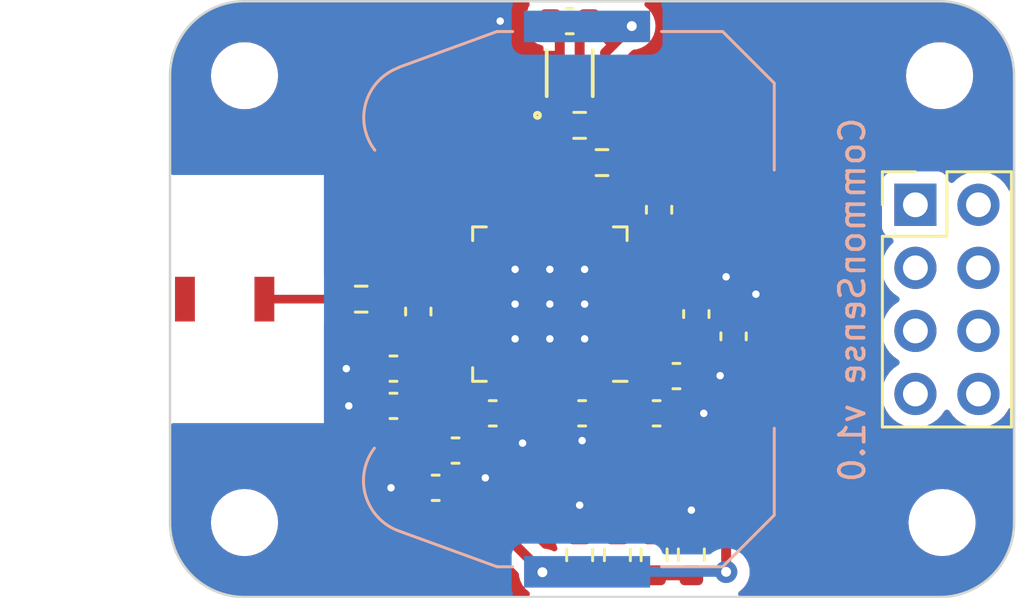
<source format=kicad_pcb>
(kicad_pcb (version 20221018) (generator pcbnew)
  (layers (0 "F.Cu" signal) (31 "B.Cu" signal) (34 "B.Paste" user) (35 "F.Paste" user) (36 "B.SilkS" user "B.Silkscreen") (37 "F.SilkS" user "F.Silkscreen") (38 "B.Mask" user) (39 "F.Mask" user) (44 "Edge.Cuts" user))
  (net 0 "")
  (net 1 "/RF")
  (net 2 "+3V3")
  (net 3 "GND")
  (net 4 "/XL1")
  (net 5 "/XL2")
  (net 6 "/DEC1")
  (net 7 "/DEC4")
  (net 8 "/DEC3")
  (net 9 "/DEC2")
  (net 10 "/XC1")
  (net 11 "/XC2")
  (net 12 "/ANT")
  (net 13 "/LED_RES1")
  (net 14 "/LED_RES2")
  (net 23 "/STATUS_LED1")
  (net 24 "/STATUS_LED2")
  (net 42 "/RESET")
  (net 43 "/SWDCLK")
  (net 44 "/SWDIO")
  (net 55 "/SDA")
  (net 56 "/SCL")
  (footprint "Capacitor_SMD:C_0603_1608Metric" (layer "F.Cu") (at 145 70.8 180)
    (fp_text reference "C9" hide)
    (fp_text value "N.C." hide)
    (fp_line (start -0.14058 -0.51) (end 0.14058 -0.51) (stroke (width 0.12)) (layer "F.SilkS"))
    (fp_line (start -0.14058 0.51) (end 0.14058 0.51) (stroke (width 0.12)) (layer "F.SilkS"))
    (pad "1" smd roundrect (at -0.775 0 180) (size 0.9 0.95) (layers "F.Cu" "F.Paste" "F.Mask") (net 9 "/DEC2"))
    (pad "2" smd roundrect (at 0.775 0 180) (size 0.9 0.95) (layers "F.Cu" "F.Paste" "F.Mask") (net 3 "GND"))
  )
  (footprint "Capacitor_SMD:C_0603_1608Metric" (layer "F.Cu") (at 156.4 71.1 180)
    (fp_text reference "C3" hide)
    (fp_text value "100n" hide)
    (fp_line (start -0.14058 -0.51) (end 0.14058 -0.51) (stroke (width 0.12)) (layer "F.SilkS"))
    (fp_line (start -0.14058 0.51) (end 0.14058 0.51) (stroke (width 0.12)) (layer "F.SilkS"))
    (pad "1" smd roundrect (at -0.775 0 180) (size 0.9 0.95) (layers "F.Cu" "F.Paste" "F.Mask") (net 3 "GND"))
    (pad "2" smd roundrect (at 0.775 0 180) (size 0.9 0.95) (layers "F.Cu" "F.Paste" "F.Mask") (net 6 "/DEC1"))
  )
  (footprint "MountingHole:MountingHole_2.2mm_M2" (layer "F.Cu") (at 167.1 77)
    (fp_text reference "H4" hide)
    (fp_text value "MountingHole" hide)
    (pad "" np_thru_hole circle locked (at 0 0) (size 2.2 2.2) (drill 2.2) (layers "*.Cu" "*.Mask"))
  )
  (footprint "MountingHole:MountingHole_2.2mm_M2" (layer "F.Cu") (at 139 77)
    (fp_text reference "H1" hide)
    (fp_text value "MountingHole" hide)
    (pad "" np_thru_hole circle locked (at 0 0) (size 2.2 2.2) (drill 2.2) (layers "*.Cu" "*.Mask"))
  )
  (footprint "Connector_PinHeader_2.54mm:PinHeader_2x04_P2.54mm_Vertical" (layer "F.Cu") (at 166.025 64.2)
    (fp_text reference "J1" hide)
    (fp_text value "Conn_02x04_Counter_Clockwise" hide)
    (fp_line (start -1.33 -1.33) (end 0 -1.33) (stroke (width 0.12)) (layer "F.SilkS"))
    (fp_line (start -1.33 0) (end -1.33 -1.33) (stroke (width 0.12)) (layer "F.SilkS"))
    (fp_line (start -1.33 1.27) (end -1.33 8.95) (stroke (width 0.12)) (layer "F.SilkS"))
    (fp_line (start -1.33 1.27) (end 1.27 1.27) (stroke (width 0.12)) (layer "F.SilkS"))
    (fp_line (start -1.33 8.95) (end 3.87 8.95) (stroke (width 0.12)) (layer "F.SilkS"))
    (fp_line (start 1.27 -1.33) (end 3.87 -1.33) (stroke (width 0.12)) (layer "F.SilkS"))
    (fp_line (start 1.27 1.27) (end 1.27 -1.33) (stroke (width 0.12)) (layer "F.SilkS"))
    (fp_line (start 3.87 -1.33) (end 3.87 8.95) (stroke (width 0.12)) (layer "F.SilkS"))
    (pad "1" thru_hole rect (at 0 0) (size 1.7 1.7) (drill 1) (layers "*.Cu" "*.Mask"))
    (pad "2" thru_hole oval (at 2.54 0) (size 1.7 1.7) (drill 1) (layers "*.Cu" "*.Mask"))
    (pad "3" thru_hole oval (at 0 2.54) (size 1.7 1.7) (drill 1) (layers "*.Cu" "*.Mask"))
    (pad "4" thru_hole oval (at 2.54 2.54) (size 1.7 1.7) (drill 1) (layers "*.Cu" "*.Mask"))
    (pad "5" thru_hole oval (at 0 5.08) (size 1.7 1.7) (drill 1) (layers "*.Cu" "*.Mask"))
    (pad "6" thru_hole oval (at 2.54 5.08) (size 1.7 1.7) (drill 1) (layers "*.Cu" "*.Mask"))
    (pad "7" thru_hole oval (at 0 7.62) (size 1.7 1.7) (drill 1) (layers "*.Cu" "*.Mask"))
    (pad "8" thru_hole oval (at 2.54 7.62) (size 1.7 1.7) (drill 1) (layers "*.Cu" "*.Mask"))
  )
  (footprint "encyclopedia_galactica:ECS-.327-12.5-12R-TR" (layer "F.Cu") (at 160.3 69.7 -90)
    (fp_text reference "Y1" hide)
    (fp_text value " ECS-.327-12.5-12R-TR " hide)
    (pad "1" smd rect (at -0.7 0 270) (size 0.6 1.1) (layers "F.Cu" "F.Paste" "F.Mask") (net 5 "/XL2"))
    (pad "2" smd rect (at 0.7 0 270) (size 0.6 1.1) (layers "F.Cu" "F.Paste" "F.Mask") (net 4 "/XL1"))
  )
  (footprint "encyclopedia_galactica:2108838-1" (layer "F.Cu") (at 135.7 68)
    (fp_text reference "2108838-1" hide)
    (fp_text value "~" hide)
    (pad "1" smd rect (at 4.1 0) (size 0.8 1.8) (layers "F.Cu" "F.Paste" "F.Mask") (net 1 "/RF"))
    (pad "2" smd rect (at 0.9 0) (size 0.8 1.8) (layers "F.Cu" "F.Paste" "F.Mask"))
    (zone (net 0) (net_name "") (layers "*.Cu") (connect_pads (clearance 0)) (min_thickness 0.25)
      (keepout (tracks allowed) (vias not_allowed) (pads allowed) (copperpour not_allowed) (footprints not_allowed))
      (fill (thermal_gap 0.5) (thermal_bridge_width 0.5))
      (polygon (pts (xy 129.2 63) (xy 129.2 73) (xy 142.2 73) (xy 142.2 63)))
    )
  )
  (footprint "MountingHole:MountingHole_2.2mm_M2" (layer "F.Cu") (at 139 59)
    (fp_text reference "H2" hide)
    (fp_text value "MountingHole" hide)
    (pad "" np_thru_hole circle locked (at 0 0) (size 2.2 2.2) (drill 2.2) (layers "*.Cu" "*.Mask"))
  )
  (footprint "Resistor_SMD:R_0603_1608Metric" (layer "F.Cu") (at 154.02 78.3 -90)
    (fp_text reference "R2" hide)
    (fp_text value "R" hide)
    (fp_line (start -0.237258 -0.5225) (end 0.237258 -0.5225) (stroke (width 0.12)) (layer "F.SilkS"))
    (fp_line (start -0.237258 0.5225) (end 0.237258 0.5225) (stroke (width 0.12)) (layer "F.SilkS"))
    (pad "1" smd roundrect (at -0.825 0 270) (size 0.8 0.95) (layers "F.Cu" "F.Paste" "F.Mask") (net 24 "/STATUS_LED2"))
    (pad "2" smd roundrect (at 0.825 0 270) (size 0.8 0.95) (layers "F.Cu" "F.Paste" "F.Mask") (net 14 "/LED_RES2"))
  )
  (footprint "Resistor_SMD:R_0603_1608Metric" (layer "F.Cu") (at 157 78.3 -90)
    (fp_text reference "D1" hide)
    (fp_text value "LED" hide)
    (fp_line (start -0.237258 -0.5225) (end 0.237258 -0.5225) (stroke (width 0.12)) (layer "F.SilkS"))
    (fp_line (start -0.237258 0.5225) (end 0.237258 0.5225) (stroke (width 0.12)) (layer "F.SilkS"))
    (pad "1" smd roundrect (at -0.825 0 270) (size 0.8 0.95) (layers "F.Cu" "F.Paste" "F.Mask") (net 3 "GND"))
    (pad "2" smd roundrect (at 0.825 0 270) (size 0.8 0.95) (layers "F.Cu" "F.Paste" "F.Mask") (net 13 "/LED_RES1"))
  )
  (footprint "Package_DFN_QFN:QFN-48-1EP_6x6mm_P0.4mm_EP4.6x4.6mm" (layer "F.Cu") (at 151.3 68.2 180)
    (fp_text reference "U1" hide)
    (fp_text value "NRF52810-QFAA-R7" hide)
    (fp_line (start -3.11 3.11) (end -3.11 2.56) (stroke (width 0.12)) (layer "F.SilkS"))
    (fp_line (start -2.56 -3.11) (end -3.11 -3.11) (stroke (width 0.12)) (layer "F.SilkS"))
    (fp_line (start -2.56 3.11) (end -3.11 3.11) (stroke (width 0.12)) (layer "F.SilkS"))
    (fp_line (start 2.56 -3.11) (end 3.11 -3.11) (stroke (width 0.12)) (layer "F.SilkS"))
    (fp_line (start 2.56 3.11) (end 3.11 3.11) (stroke (width 0.12)) (layer "F.SilkS"))
    (fp_line (start 3.11 -3.11) (end 3.11 -2.56) (stroke (width 0.12)) (layer "F.SilkS"))
    (fp_line (start 3.11 3.11) (end 3.11 2.56) (stroke (width 0.12)) (layer "F.SilkS"))
    (pad "1" smd roundrect (at -2.95 -2.2 180) (size 0.8 0.2) (layers "F.Cu" "F.Paste" "F.Mask") (net 6 "/DEC1"))
    (pad "2" smd roundrect (at -2.95 -1.8 180) (size 0.8 0.2) (layers "F.Cu" "F.Paste" "F.Mask") (net 4 "/XL1"))
    (pad "3" smd roundrect (at -2.95 -1.4 180) (size 0.8 0.2) (layers "F.Cu" "F.Paste" "F.Mask") (net 5 "/XL2"))
    (pad "4" smd roundrect (at -2.95 -1 180) (size 0.8 0.2) (layers "F.Cu" "F.Paste" "F.Mask"))
    (pad "5" smd roundrect (at -2.95 -0.6 180) (size 0.8 0.2) (layers "F.Cu" "F.Paste" "F.Mask"))
    (pad "6" smd roundrect (at -2.95 -0.2 180) (size 0.8 0.2) (layers "F.Cu" "F.Paste" "F.Mask"))
    (pad "7" smd roundrect (at -2.95 0.2 180) (size 0.8 0.2) (layers "F.Cu" "F.Paste" "F.Mask"))
    (pad "8" smd roundrect (at -2.95 0.6 180) (size 0.8 0.2) (layers "F.Cu" "F.Paste" "F.Mask"))
    (pad "9" smd roundrect (at -2.95 1 180) (size 0.8 0.2) (layers "F.Cu" "F.Paste" "F.Mask"))
    (pad "10" smd roundrect (at -2.95 1.4 180) (size 0.8 0.2) (layers "F.Cu" "F.Paste" "F.Mask"))
    (pad "11" smd roundrect (at -2.95 1.8 180) (size 0.8 0.2) (layers "F.Cu" "F.Paste" "F.Mask"))
    (pad "12" smd roundrect (at -2.95 2.2 180) (size 0.8 0.2) (layers "F.Cu" "F.Paste" "F.Mask"))
    (pad "13" smd roundrect (at -2.2 2.95 180) (size 0.2 0.8) (layers "F.Cu" "F.Paste" "F.Mask") (net 2 "+3V3"))
    (pad "14" smd roundrect (at -1.8 2.95 180) (size 0.2 0.8) (layers "F.Cu" "F.Paste" "F.Mask"))
    (pad "15" smd roundrect (at -1.4 2.95 180) (size 0.2 0.8) (layers "F.Cu" "F.Paste" "F.Mask"))
    (pad "16" smd roundrect (at -1 2.95 180) (size 0.2 0.8) (layers "F.Cu" "F.Paste" "F.Mask") (net 56 "/SCL"))
    (pad "17" smd roundrect (at -0.6 2.95 180) (size 0.2 0.8) (layers "F.Cu" "F.Paste" "F.Mask") (net 55 "/SDA"))
    (pad "18" smd roundrect (at -0.2 2.95 180) (size 0.2 0.8) (layers "F.Cu" "F.Paste" "F.Mask"))
    (pad "19" smd roundrect (at 0.2 2.95 180) (size 0.2 0.8) (layers "F.Cu" "F.Paste" "F.Mask"))
    (pad "20" smd roundrect (at 0.6 2.95 180) (size 0.2 0.8) (layers "F.Cu" "F.Paste" "F.Mask"))
    (pad "21" smd roundrect (at 1 2.95 180) (size 0.2 0.8) (layers "F.Cu" "F.Paste" "F.Mask"))
    (pad "22" smd roundrect (at 1.4 2.95 180) (size 0.2 0.8) (layers "F.Cu" "F.Paste" "F.Mask"))
    (pad "23" smd roundrect (at 1.8 2.95 180) (size 0.2 0.8) (layers "F.Cu" "F.Paste" "F.Mask"))
    (pad "24" smd roundrect (at 2.2 2.95 180) (size 0.2 0.8) (layers "F.Cu" "F.Paste" "F.Mask") (net 42 "/RESET"))
    (pad "25" smd roundrect (at 2.95 2.2 180) (size 0.8 0.2) (layers "F.Cu" "F.Paste" "F.Mask") (net 43 "/SWDCLK"))
    (pad "26" smd roundrect (at 2.95 1.8 180) (size 0.8 0.2) (layers "F.Cu" "F.Paste" "F.Mask") (net 44 "/SWDIO"))
    (pad "27" smd roundrect (at 2.95 1.4 180) (size 0.8 0.2) (layers "F.Cu" "F.Paste" "F.Mask"))
    (pad "28" smd roundrect (at 2.95 1 180) (size 0.8 0.2) (layers "F.Cu" "F.Paste" "F.Mask"))
    (pad "29" smd roundrect (at 2.95 0.6 180) (size 0.8 0.2) (layers "F.Cu" "F.Paste" "F.Mask"))
    (pad "30" smd roundrect (at 2.95 0.2 180) (size 0.8 0.2) (layers "F.Cu" "F.Paste" "F.Mask") (net 12 "/ANT"))
    (pad "31" smd roundrect (at 2.95 -0.2 180) (size 0.8 0.2) (layers "F.Cu" "F.Paste" "F.Mask") (net 3 "GND"))
    (pad "32" smd roundrect (at 2.95 -0.6 180) (size 0.8 0.2) (layers "F.Cu" "F.Paste" "F.Mask") (net 9 "/DEC2"))
    (pad "33" smd roundrect (at 2.95 -1 180) (size 0.8 0.2) (layers "F.Cu" "F.Paste" "F.Mask") (net 8 "/DEC3"))
    (pad "34" smd roundrect (at 2.95 -1.4 180) (size 0.8 0.2) (layers "F.Cu" "F.Paste" "F.Mask") (net 11 "/XC2"))
    (pad "35" smd roundrect (at 2.95 -1.8 180) (size 0.8 0.2) (layers "F.Cu" "F.Paste" "F.Mask") (net 10 "/XC1"))
    (pad "36" smd roundrect (at 2.95 -2.2 180) (size 0.8 0.2) (layers "F.Cu" "F.Paste" "F.Mask") (net 2 "+3V3"))
    (pad "37" smd roundrect (at 2.2 -2.95 180) (size 0.2 0.8) (layers "F.Cu" "F.Paste" "F.Mask"))
    (pad "38" smd roundrect (at 1.8 -2.95 180) (size 0.2 0.8) (layers "F.Cu" "F.Paste" "F.Mask"))
    (pad "39" smd roundrect (at 1.4 -2.95 180) (size 0.2 0.8) (layers "F.Cu" "F.Paste" "F.Mask"))
    (pad "40" smd roundrect (at 1 -2.95 180) (size 0.2 0.8) (layers "F.Cu" "F.Paste" "F.Mask"))
    (pad "41" smd roundrect (at 0.6 -2.95 180) (size 0.2 0.8) (layers "F.Cu" "F.Paste" "F.Mask") (net 24 "/STATUS_LED2"))
    (pad "42" smd roundrect (at 0.2 -2.95 180) (size 0.2 0.8) (layers "F.Cu" "F.Paste" "F.Mask") (net 23 "/STATUS_LED1"))
    (pad "43" smd roundrect (at -0.2 -2.95 180) (size 0.2 0.8) (layers "F.Cu" "F.Paste" "F.Mask"))
    (pad "44" smd roundrect (at -0.6 -2.95 180) (size 0.2 0.8) (layers "F.Cu" "F.Paste" "F.Mask"))
    (pad "45" smd roundrect (at -1 -2.95 180) (size 0.2 0.8) (layers "F.Cu" "F.Paste" "F.Mask") (net 3 "GND"))
    (pad "46" smd roundrect (at -1.4 -2.95 180) (size 0.2 0.8) (layers "F.Cu" "F.Paste" "F.Mask") (net 7 "/DEC4"))
    (pad "47" smd roundrect (at -1.8 -2.95 180) (size 0.2 0.8) (layers "F.Cu" "F.Paste" "F.Mask"))
    (pad "48" smd roundrect (at -2.2 -2.95 180) (size 0.2 0.8) (layers "F.Cu" "F.Paste" "F.Mask") (net 2 "+3V3"))
    (pad "49" smd rect (at 0 0 180) (size 4.6 4.6) (layers "F.Cu" "F.Mask") (net 3 "GND"))
  )
  (footprint "Capacitor_SMD:C_0603_1608Metric" (layer "F.Cu") (at 145 72.3 180)
    (fp_text reference "C8" hide)
    (fp_text value "100pF" hide)
    (fp_line (start -0.14058 -0.51) (end 0.14058 -0.51) (stroke (width 0.12)) (layer "F.SilkS"))
    (fp_line (start -0.14058 0.51) (end 0.14058 0.51) (stroke (width 0.12)) (layer "F.SilkS"))
    (pad "1" smd roundrect (at -0.775 0 180) (size 0.9 0.95) (layers "F.Cu" "F.Paste" "F.Mask") (net 8 "/DEC3"))
    (pad "2" smd roundrect (at 0.775 0 180) (size 0.9 0.95) (layers "F.Cu" "F.Paste" "F.Mask") (net 3 "GND"))
  )
  (footprint "Capacitor_SMD:C_0603_1608Metric" (layer "F.Cu") (at 155.6 72.6 180)
    (fp_text reference "C5" hide)
    (fp_text value "4u7" hide)
    (fp_line (start -0.14058 -0.51) (end 0.14058 -0.51) (stroke (width 0.12)) (layer "F.SilkS"))
    (fp_line (start -0.14058 0.51) (end 0.14058 0.51) (stroke (width 0.12)) (layer "F.SilkS"))
    (pad "1" smd roundrect (at -0.775 0 180) (size 0.9 0.95) (layers "F.Cu" "F.Paste" "F.Mask") (net 3 "GND"))
    (pad "2" smd roundrect (at 0.775 0 180) (size 0.9 0.95) (layers "F.Cu" "F.Paste" "F.Mask") (net 2 "+3V3"))
  )
  (footprint "Capacitor_SMD:C_0603_1608Metric" (layer "F.Cu") (at 147.5 74.1)
    (fp_text reference "C11" hide)
    (fp_text value "12pF" hide)
    (fp_line (start -0.14058 -0.51) (end 0.14058 -0.51) (stroke (width 0.12)) (layer "F.SilkS"))
    (fp_line (start -0.14058 0.51) (end 0.14058 0.51) (stroke (width 0.12)) (layer "F.SilkS"))
    (pad "1" smd roundrect (at -0.775 0) (size 0.9 0.95) (layers "F.Cu" "F.Paste" "F.Mask") (net 11 "/XC2"))
    (pad "2" smd roundrect (at 0.775 0) (size 0.9 0.95) (layers "F.Cu" "F.Paste" "F.Mask") (net 3 "GND"))
  )
  (footprint "Resistor_SMD:R_0603_1608Metric" (layer "F.Cu") (at 152.5 61 180)
    (fp_text reference "R4" hide)
    (fp_text value "10k" hide)
    (fp_line (start -0.237258 -0.5225) (end 0.237258 -0.5225) (stroke (width 0.12)) (layer "F.SilkS"))
    (fp_line (start -0.237258 0.5225) (end 0.237258 0.5225) (stroke (width 0.12)) (layer "F.SilkS"))
    (pad "1" smd roundrect (at -0.825 0 180) (size 0.8 0.95) (layers "F.Cu" "F.Paste" "F.Mask") (net 2 "+3V3"))
    (pad "2" smd roundrect (at 0.825 0 180) (size 0.8 0.95) (layers "F.Cu" "F.Paste" "F.Mask") (net 55 "/SDA"))
  )
  (footprint "Resistor_SMD:R_0603_1608Metric" (layer "F.Cu") (at 155.5 78.3 -90)
    (fp_text reference "R1" hide)
    (fp_text value "R" hide)
    (fp_line (start -0.237258 -0.5225) (end 0.237258 -0.5225) (stroke (width 0.12)) (layer "F.SilkS"))
    (fp_line (start -0.237258 0.5225) (end 0.237258 0.5225) (stroke (width 0.12)) (layer "F.SilkS"))
    (pad "1" smd roundrect (at -0.825 0 270) (size 0.8 0.95) (layers "F.Cu" "F.Paste" "F.Mask") (net 23 "/STATUS_LED1"))
    (pad "2" smd roundrect (at 0.825 0 270) (size 0.8 0.95) (layers "F.Cu" "F.Paste" "F.Mask") (net 13 "/LED_RES1"))
  )
  (footprint "MountingHole:MountingHole_2.2mm_M2" (layer "F.Cu") (at 167 59)
    (fp_text reference "H3" hide)
    (fp_text value "MountingHole" hide)
    (pad "" np_thru_hole circle locked (at 0 0) (size 2.2 2.2) (drill 2.2) (layers "*.Cu" "*.Mask"))
  )
  (footprint "Resistor_SMD:R_0603_1608Metric" (layer "F.Cu") (at 143.7 68 180)
    (fp_text reference "L1" hide)
    (fp_text value "3.9nH" hide)
    (fp_line (start -0.237258 -0.5225) (end 0.237258 -0.5225) (stroke (width 0.12)) (layer "F.SilkS"))
    (fp_line (start -0.237258 0.5225) (end 0.237258 0.5225) (stroke (width 0.12)) (layer "F.SilkS"))
    (pad "1" smd roundrect (at -0.825 0 180) (size 0.8 0.95) (layers "F.Cu" "F.Paste" "F.Mask") (net 12 "/ANT"))
    (pad "2" smd roundrect (at 0.825 0 180) (size 0.8 0.95) (layers "F.Cu" "F.Paste" "F.Mask") (net 1 "/RF"))
  )
  (footprint "Resistor_SMD:R_0603_1608Metric" (layer "F.Cu") (at 153.4 62.5)
    (fp_text reference "R3" hide)
    (fp_text value "10k" hide)
    (fp_line (start -0.237258 -0.5225) (end 0.237258 -0.5225) (stroke (width 0.12)) (layer "F.SilkS"))
    (fp_line (start -0.237258 0.5225) (end 0.237258 0.5225) (stroke (width 0.12)) (layer "F.SilkS"))
    (pad "1" smd roundrect (at -0.825 0) (size 0.8 0.95) (layers "F.Cu" "F.Paste" "F.Mask") (net 56 "/SCL"))
    (pad "2" smd roundrect (at 0.825 0) (size 0.8 0.95) (layers "F.Cu" "F.Paste" "F.Mask") (net 2 "+3V3"))
  )
  (footprint "Capacitor_SMD:C_0603_1608Metric" (layer "F.Cu") (at 149 72.6 180)
    (fp_text reference "C7" hide)
    (fp_text value "100n" hide)
    (fp_line (start -0.14058 -0.51) (end 0.14058 -0.51) (stroke (width 0.12)) (layer "F.SilkS"))
    (fp_line (start -0.14058 0.51) (end 0.14058 0.51) (stroke (width 0.12)) (layer "F.SilkS"))
    (pad "1" smd roundrect (at -0.775 0 180) (size 0.9 0.95) (layers "F.Cu" "F.Paste" "F.Mask") (net 3 "GND"))
    (pad "2" smd roundrect (at 0.775 0 180) (size 0.9 0.95) (layers "F.Cu" "F.Paste" "F.Mask") (net 2 "+3V3"))
  )
  (footprint "Capacitor_SMD:C_0603_1608Metric" (layer "F.Cu") (at 152.1 56.8 180)
    (fp_text reference "C13" hide)
    (fp_text value "100n" hide)
    (fp_line (start -0.14058 -0.51) (end 0.14058 -0.51) (stroke (width 0.12)) (layer "F.SilkS"))
    (fp_line (start -0.14058 0.51) (end 0.14058 0.51) (stroke (width 0.12)) (layer "F.SilkS"))
    (pad "1" smd roundrect (at -0.775 0 180) (size 0.9 0.95) (layers "F.Cu" "F.Paste" "F.Mask") (net 2 "+3V3"))
    (pad "2" smd roundrect (at 0.775 0 180) (size 0.9 0.95) (layers "F.Cu" "F.Paste" "F.Mask") (net 3 "GND"))
  )
  (footprint "Capacitor_SMD:C_0603_1608Metric" (layer "F.Cu") (at 157.2 68.6 90)
    (fp_text reference "C2" hide)
    (fp_text value "12pF" hide)
    (fp_line (start -0.14058 -0.51) (end 0.14058 -0.51) (stroke (width 0.12)) (layer "F.SilkS"))
    (fp_line (start -0.14058 0.51) (end 0.14058 0.51) (stroke (width 0.12)) (layer "F.SilkS"))
    (pad "1" smd roundrect (at -0.775 0 90) (size 0.9 0.95) (layers "F.Cu" "F.Paste" "F.Mask") (net 5 "/XL2"))
    (pad "2" smd roundrect (at 0.775 0 90) (size 0.9 0.95) (layers "F.Cu" "F.Paste" "F.Mask") (net 3 "GND"))
  )
  (footprint "Capacitor_SMD:C_0603_1608Metric" (layer "F.Cu") (at 155.7 64.4 -90)
    (fp_text reference "C4" hide)
    (fp_text value "100n" hide)
    (fp_line (start -0.14058 -0.51) (end 0.14058 -0.51) (stroke (width 0.12)) (layer "F.SilkS"))
    (fp_line (start -0.14058 0.51) (end 0.14058 0.51) (stroke (width 0.12)) (layer "F.SilkS"))
    (pad "1" smd roundrect (at -0.775 0 270) (size 0.9 0.95) (layers "F.Cu" "F.Paste" "F.Mask") (net 3 "GND"))
    (pad "2" smd roundrect (at 0.775 0 270) (size 0.9 0.95) (layers "F.Cu" "F.Paste" "F.Mask") (net 2 "+3V3"))
  )
  (footprint "encyclopedia_galactica:DFN4_SHT41_SEN" (layer "F.Cu") (at 152.1 58.8969 90)
    (fp_text reference "U2" hide)
    (fp_text value "SHT41-AD1B-R2" hide)
    (fp_line (start -0.9271 0.9271) (end 0.9271 0.9271) (stroke (width 0.1524)) (layer "F.SilkS"))
    (fp_line (start 0.9271 -0.9271) (end -0.9271 -0.9271) (stroke (width 0.1524)) (layer "F.SilkS"))
    (fp_circle (center -1.7 -1.3) (end -1.5984 -1.3) (stroke (width 0.1524)) (fill none) (layer "F.SilkS"))
    (pad "1" smd rect (at -0.7469 -0.40005 90) (size 0.706399 0.3056) (layers "F.Cu" "F.Paste" "F.Mask") (net 55 "/SDA"))
    (pad "2" smd rect (at -0.7469 0.40005 90) (size 0.706399 0.3056) (layers "F.Cu" "F.Paste" "F.Mask") (net 56 "/SCL"))
    (pad "3" smd rect (at 0.7469 0.40005 90) (size 0.706399 0.3056) (layers "F.Cu" "F.Paste" "F.Mask") (net 2 "+3V3"))
    (pad "4" smd rect (at 0.7469 -0.40005 90) (size 0.706399 0.3056) (layers "F.Cu" "F.Paste" "F.Mask") (net 3 "GND"))
  )
  (footprint "Capacitor_SMD:C_0603_1608Metric" (layer "F.Cu") (at 158.7 69.5 90)
    (fp_text reference "C1" hide)
    (fp_text value "12pF" hide)
    (fp_line (start -0.14058 -0.51) (end 0.14058 -0.51) (stroke (width 0.12)) (layer "F.SilkS"))
    (fp_line (start -0.14058 0.51) (end 0.14058 0.51) (stroke (width 0.12)) (layer "F.SilkS"))
    (pad "1" smd roundrect (at -0.775 0 90) (size 0.9 0.95) (layers "F.Cu" "F.Paste" "F.Mask") (net 4 "/XL1"))
    (pad "2" smd roundrect (at 0.775 0 90) (size 0.9 0.95) (layers "F.Cu" "F.Paste" "F.Mask") (net 3 "GND"))
  )
  (footprint "encyclopedia_galactica:ABM11W-30.0000MHZ-7-D1X-T3" (layer "F.Cu") (at 146.7625 77.5)
    (fp_text reference "Y2" hide)
    (fp_text value "ABM11W-32.0000MHZ-7-D1X-T3 " hide)
    (pad "1" smd rect (at -0.637 -0.487 90) (size 0.775 0.875) (layers "F.Cu" "F.Paste" "F.Mask") (net 3 "GND"))
    (pad "2" smd rect (at 0.637 -0.487 90) (size 0.775 0.875) (layers "F.Cu" "F.Paste" "F.Mask") (net 10 "/XC1"))
    (pad "3" smd rect (at -0.637 0.487 90) (size 0.775 0.875) (layers "F.Cu" "F.Paste" "F.Mask") (net 11 "/XC2"))
    (pad "4" smd rect (at 0.637 0.487 90) (size 0.775 0.875) (layers "F.Cu" "F.Paste" "F.Mask") (net 3 "GND"))
  )
  (footprint "Capacitor_SMD:C_0603_1608Metric" (layer "F.Cu") (at 146 68.5 90)
    (fp_text reference "C12" hide)
    (fp_text value "0.8pF" hide)
    (fp_line (start -0.14058 -0.51) (end 0.14058 -0.51) (stroke (width 0.12)) (layer "F.SilkS"))
    (fp_line (start -0.14058 0.51) (end 0.14058 0.51) (stroke (width 0.12)) (layer "F.SilkS"))
    (pad "1" smd roundrect (at -0.775 0 90) (size 0.9 0.95) (layers "F.Cu" "F.Paste" "F.Mask") (net 3 "GND"))
    (pad "2" smd roundrect (at 0.775 0 90) (size 0.9 0.95) (layers "F.Cu" "F.Paste" "F.Mask") (net 12 "/ANT"))
  )
  (footprint "Capacitor_SMD:C_0603_1608Metric" (layer "F.Cu") (at 152.6 72.6 180)
    (fp_text reference "C6" hide)
    (fp_text value "1u" hide)
    (fp_line (start -0.14058 -0.51) (end 0.14058 -0.51) (stroke (width 0.12)) (layer "F.SilkS"))
    (fp_line (start -0.14058 0.51) (end 0.14058 0.51) (stroke (width 0.12)) (layer "F.SilkS"))
    (pad "1" smd roundrect (at -0.775 0 180) (size 0.9 0.95) (layers "F.Cu" "F.Paste" "F.Mask") (net 7 "/DEC4"))
    (pad "2" smd roundrect (at 0.775 0 180) (size 0.9 0.95) (layers "F.Cu" "F.Paste" "F.Mask") (net 3 "GND"))
  )
  (footprint "Resistor_SMD:R_0603_1608Metric" (layer "F.Cu") (at 152.5 78.3 -90)
    (fp_text reference "D2" hide)
    (fp_text value "LED" hide)
    (fp_line (start -0.237258 -0.5225) (end 0.237258 -0.5225) (stroke (width 0.12)) (layer "F.SilkS"))
    (fp_line (start -0.237258 0.5225) (end 0.237258 0.5225) (stroke (width 0.12)) (layer "F.SilkS"))
    (pad "1" smd roundrect (at -0.825 0 270) (size 0.8 0.95) (layers "F.Cu" "F.Paste" "F.Mask") (net 3 "GND"))
    (pad "2" smd roundrect (at 0.825 0 270) (size 0.8 0.95) (layers "F.Cu" "F.Paste" "F.Mask") (net 14 "/LED_RES2"))
  )
  (footprint "Capacitor_SMD:C_0603_1608Metric" (layer "F.Cu") (at 146.7 75.6 180)
    (fp_text reference "C10" hide)
    (fp_text value "12pF" hide)
    (fp_line (start -0.14058 -0.51) (end 0.14058 -0.51) (stroke (width 0.12)) (layer "F.SilkS"))
    (fp_line (start -0.14058 0.51) (end 0.14058 0.51) (stroke (width 0.12)) (layer "F.SilkS"))
    (pad "1" smd roundrect (at -0.775 0 180) (size 0.9 0.95) (layers "F.Cu" "F.Paste" "F.Mask") (net 10 "/XC1"))
    (pad "2" smd roundrect (at 0.775 0 180) (size 0.9 0.95) (layers "F.Cu" "F.Paste" "F.Mask") (net 3 "GND"))
  )
  (footprint "Battery:BatteryHolder_Keystone_3034_1x20mm" (layer "B.Cu") (at 152.8 68 90)
    (fp_text reference "BT1" hide)
    (fp_text value "Battery_Cell" hide)
    (fp_line (start -10.78 -3.63) (end -9.34 -7.58) (stroke (width 0.12)) (layer "B.SilkS"))
    (fp_line (start -10.78 -3) (end -10.78 -3.63) (stroke (width 0.12)) (layer "B.SilkS"))
    (fp_line (start -10.78 5.46) (end -10.78 3) (stroke (width 0.12)) (layer "B.SilkS"))
    (fp_line (start -8.7 7.54) (end -10.78 5.46) (stroke (width 0.12)) (layer "B.SilkS"))
    (fp_line (start -5.2 7.54) (end -8.7 7.54) (stroke (width 0.12)) (layer "B.SilkS"))
    (fp_line (start 8.7 7.54) (end 5.2 7.54) (stroke (width 0.12)) (layer "B.SilkS"))
    (fp_line (start 8.7 7.54) (end 10.78 5.46) (stroke (width 0.12)) (layer "B.SilkS"))
    (fp_line (start 10.78 -3.63) (end 9.34 -7.58) (stroke (width 0.12)) (layer "B.SilkS"))
    (fp_line (start 10.78 -3) (end 10.78 -3.63) (stroke (width 0.12)) (layer "B.SilkS"))
    (fp_line (start 10.78 5.46) (end 10.78 3) (stroke (width 0.12)) (layer "B.SilkS"))
    (fp_arc (start -9.34 -7.58) (mid -7.921654 -8.918738) (end -6.003354 -8.56653) (stroke (width 0.12)) (layer "B.SilkS"))
    (fp_arc (start 6 -8.55) (mid 7.90634 -8.911669) (end 9.325243 -7.588169) (stroke (width 0.12)) (layer "B.SilkS"))
    (pad "1" smd rect (at -10.985 0 90) (size 1.27 5.08) (layers "B.Cu" "B.Paste" "B.Mask") (net 2 "+3V3"))
    (pad "1" smd rect (at 10.985 0 90) (size 1.27 5.08) (layers "B.Cu" "B.Paste" "B.Mask") (net 2 "+3V3"))
    (pad "2" smd circle (at 0 0 90) (size 17.8 17.8) (layers "B.Cu" "B.Mask") (net 3 "GND"))
  )
  (gr_line locked (start 167 80) (end 139 80) (stroke (width 0.1)) (layer "Edge.Cuts"))
  (gr_line locked (start 170 59) (end 170 77) (stroke (width 0.1)) (layer "Edge.Cuts"))
  (gr_arc locked (start 138.999999 80.000001) (mid 136.878679 79.121321) (end 135.999999 77.000001) (stroke (width 0.1)) (layer "Edge.Cuts"))
  (gr_arc locked (start 167 56) (mid 169.12132 56.87868) (end 170 59) (stroke (width 0.1)) (layer "Edge.Cuts"))
  (gr_arc locked (start 135.999999 58.999999) (mid 136.878679 56.878679) (end 138.999999 55.999999) (stroke (width 0.1)) (layer "Edge.Cuts"))
  (gr_line locked (start 139 56) (end 167 56) (stroke (width 0.1)) (layer "Edge.Cuts"))
  (gr_arc locked (start 170.000001 77.000001) (mid 169.121321 79.121321) (end 167.000001 80.000001) (stroke (width 0.1)) (layer "Edge.Cuts"))
  (gr_line locked (start 136 77) (end 136 59) (stroke (width 0.1)) (layer "Edge.Cuts"))
  (gr_text "CommonSense v1.0" (at 162.9 60.6 90) (layer "B.SilkS") (effects (font (size 1 1)) (justify left top mirror)))
  (segment (start 142.875 68) (end 139.8 68) (width 0.35) (layer "F.Cu") (net 1))
  (segment (start 154.225 62.5) (end 153.527 62.5) (width 0.4) (layer "F.Cu") (net 2))
  (segment (start 148.225 72.6) (end 148.225 70.525) (width 0.4) (layer "F.Cu") (net 2))
  (segment (start 154.825 72.6) (end 153.6 71.375) (width 0.4) (layer "F.Cu") (net 2))
  (segment (start 148.323 70.427) (end 148.35 70.427) (width 0.4) (layer "F.Cu") (net 2))
  (segment (start 153.527 58.073) (end 153.527 62.5) (width 0.4) (layer "F.Cu") (net 2))
  (segment (start 153.6 71.375) (end 153.6 71.15) (width 0.4) (layer "F.Cu") (net 2))
  (segment (start 153.527 62.5) (end 153.527 65.25) (width 0.4) (layer "F.Cu") (net 2))
  (segment (start 149.4 73.775) (end 149.4 77.4) (width 0.4) (layer "F.Cu") (net 2))
  (segment (start 152.50005 58.1531) (end 152.50005 57.17495) (width 0.4) (layer "F.Cu") (net 2))
  (segment (start 152.9 56.8) (end 153.85 57.75) (width 0.4) (layer "F.Cu") (net 2))
  (segment (start 148.225 72.6) (end 149.4 73.775) (width 0.4) (layer "F.Cu") (net 2))
  (segment (start 153.527 65.25) (end 155.625 65.25) (width 0.4) (layer "F.Cu") (net 2))
  (segment (start 155.625 65.25) (end 155.7 65.175) (width 0.4) (layer "F.Cu") (net 2))
  (segment (start 152.875 56.8) (end 152.9 56.8) (width 0.4) (layer "F.Cu") (net 2))
  (segment (start 158.4 76.175) (end 154.825 72.6) (width 0.4) (layer "F.Cu") (net 2))
  (segment (start 152.50005 57.17495) (end 152.875 56.8) (width 0.4) (layer "F.Cu") (net 2))
  (segment (start 153.85 57.75) (end 154.6 57) (width 0.4) (layer "F.Cu") (net 2))
  (segment (start 153.85 57.75) (end 153.527 58.073) (width 0.4) (layer "F.Cu") (net 2))
  (segment (start 148.225 70.525) (end 148.323 70.427) (width 0.4) (layer "F.Cu") (net 2))
  (segment (start 149.4 77.4) (end 151 79) (width 0.4) (layer "F.Cu") (net 2))
  (segment (start 158.4 78.985) (end 158.4 76.175) (width 0.4) (layer "F.Cu") (net 2))
  (via (at 158.4 78.985) (size 0.9) (drill 0.4) (layers "F.Cu" "B.Cu") (net 2))
  (via (at 154.6 57) (size 0.9) (drill 0.4) (layers "F.Cu" "B.Cu") (net 2))
  (via (at 151 79) (size 0.9) (drill 0.4) (layers "F.Cu" "B.Cu") (net 2))
  (segment (start 158.4 78.985) (end 152.8 78.985) (width 0.4) (layer "B.Cu") (net 2))
  (segment (start 158.14136 71.1) (end 157.175 71.1) (width 0.4) (layer "F.Cu") (net 3))
  (segment (start 144.225 70.8) (end 143.1 70.8) (width 0.4) (layer "F.Cu") (net 3))
  (segment (start 158.15864 71.08272) (end 158.14136 71.1) (width 0.4) (layer "F.Cu") (net 3))
  (segment (start 152.3 71.15) (end 152.3 72.125) (width 0.2) (layer "F.Cu") (net 3))
  (segment (start 158.7 68.725) (end 158.7 68.7) (width 0.4) (layer "F.Cu") (net 3))
  (segment (start 149.7 68.4) (end 149.9 68.2) (width 0.2) (layer "F.Cu") (net 3))
  (segment (start 151.69995 57.17495) (end 151.325 56.8) (width 0.4) (layer "F.Cu") (net 3))
  (segment (start 149.775 73.375) (end 150.2 73.8) (width 0.4) (layer "F.Cu") (net 3))
  (segment (start 151.325 56.8) (end 149.3 56.8) (width 0.4) (layer "F.Cu") (net 3))
  (segment (start 152.3 72.125) (end 151.825 72.6) (width 0.2) (layer "F.Cu") (net 3))
  (segment (start 158.7 68.7) (end 159.6 67.8) (width 0.4) (layer "F.Cu") (net 3))
  (segment (start 151.825 72.925) (end 152.6 73.7) (width 0.4) (layer "F.Cu") (net 3))
  (segment (start 145.925 75.6) (end 144.9 75.6) (width 0.4) (layer "F.Cu") (net 3))
  (segment (start 157.675 67.825) (end 158.4 67.1) (width 0.4) (layer "F.Cu") (net 3))
  (segment (start 148.375 74.1) (end 148.375 74.875) (width 0.4) (layer "F.Cu") (net 3))
  (segment (start 157 77.475) (end 157 76.5) (width 0.4) (layer "F.Cu") (net 3))
  (segment (start 151.69995 58.1531) (end 151.69995 57.17495) (width 0.4) (layer "F.Cu") (net 3))
  (segment (start 144.225 72.3) (end 143.2 72.3) (width 0.4) (layer "F.Cu") (net 3))
  (segment (start 148.35 68.4) (end 148.312495 68.437505) (width 0.2) (layer "F.Cu") (net 3))
  (segment (start 152.5 77.475) (end 152.5 76.3) (width 0.4) (layer "F.Cu") (net 3))
  (segment (start 148.375 74.875) (end 148.7 75.2) (width 0.4) (layer "F.Cu") (net 3))
  (segment (start 156.375 72.6) (end 157.5 72.6) (width 0.4) (layer "F.Cu") (net 3))
  (segment (start 148.312495 68.437505) (end 146.837495 68.437505) (width 0.2) (layer "F.Cu") (net 3))
  (segment (start 149.775 72.6) (end 149.775 73.375) (width 0.4) (layer "F.Cu") (net 3))
  (segment (start 157.2 67.825) (end 157.675 67.825) (width 0.4) (layer "F.Cu") (net 3))
  (segment (start 151.825 72.6) (end 151.825 72.925) (width 0.4) (layer "F.Cu") (net 3))
  (segment (start 146.837495 68.437505) (end 146 69.275) (width 0.2) (layer "F.Cu") (net 3))
  (segment (start 148.35 68.4) (end 149.7 68.4) (width 0.2) (layer "F.Cu") (net 3))
  (via (at 157.5 72.6) (size 0.6) (drill 0.3) (layers "F.Cu" "B.Cu") (net 3))
  (via (at 151.3 69.6) (size 0.6) (drill 0.3) (layers "F.Cu" "B.Cu") (net 3))
  (via (at 158.15864 71.08272) (size 0.6) (drill 0.3) (layers "F.Cu" "B.Cu") (net 3))
  (via (at 144.9 75.6) (size 0.6) (drill 0.3) (layers "F.Cu" "B.Cu") (net 3))
  (via (at 157 76.5) (size 0.6) (drill 0.3) (layers "F.Cu" "B.Cu") (net 3))
  (via (at 148.7 75.2) (size 0.6) (drill 0.3) (layers "F.Cu" "B.Cu") (net 3))
  (via (at 149.9 68.2) (size 0.6) (drill 0.3) (layers "F.Cu" "B.Cu") (net 3))
  (via (at 159.6 67.8) (size 0.6) (drill 0.3) (layers "F.Cu" "B.Cu") (net 3))
  (via (at 152.5 76.3) (size 0.6) (drill 0.3) (layers "F.Cu" "B.Cu") (net 3))
  (via (at 149.3 56.8) (size 0.6) (drill 0.3) (layers "F.Cu" "B.Cu") (net 3))
  (via (at 149.9 66.8) (size 0.6) (drill 0.3) (layers "F.Cu" "B.Cu") (net 3))
  (via (at 149.9 69.6) (size 0.6) (drill 0.3) (layers "F.Cu" "B.Cu") (net 3))
  (via (at 150.2 73.8) (size 0.6) (drill 0.3) (layers "F.Cu" "B.Cu") (net 3))
  (via (at 152.7 68.2) (size 0.6) (drill 0.3) (layers "F.Cu" "B.Cu") (net 3))
  (via (at 151.3 68.2) (size 0.6) (drill 0.3) (layers "F.Cu" "B.Cu") (net 3))
  (via (at 152.6 73.7) (size 0.6) (drill 0.3) (layers "F.Cu" "B.Cu") (net 3))
  (via (at 143.2 72.3) (size 0.6) (drill 0.3) (layers "F.Cu" "B.Cu") (net 3))
  (via (at 151.3 66.8) (size 0.6) (drill 0.3) (layers "F.Cu" "B.Cu") (net 3))
  (via (at 143.1 70.8) (size 0.6) (drill 0.3) (layers "F.Cu" "B.Cu") (net 3))
  (via (at 158.4 67.1) (size 0.6) (drill 0.3) (layers "F.Cu" "B.Cu") (net 3))
  (via (at 152.7 66.8) (size 0.6) (drill 0.3) (layers "F.Cu" "B.Cu") (net 3))
  (via (at 152.7 69.6) (size 0.6) (drill 0.3) (layers "F.Cu" "B.Cu") (net 3))
  (segment (start 158.625 70.2) (end 158.7 70.275) (width 0.2) (layer "F.Cu") (net 4))
  (segment (start 158.975 70) (end 158.7 70.275) (width 0.2) (layer "F.Cu") (net 4))
  (segment (start 155 70) (end 155.2 70.2) (width 0.2) (layer "F.Cu") (net 4))
  (segment (start 160.3 70.4) (end 159.9 70) (width 0.2) (layer "F.Cu") (net 4))
  (segment (start 155.2 70.2) (end 158.625 70.2) (width 0.2) (layer "F.Cu") (net 4))
  (segment (start 159.9 70) (end 158.975 70) (width 0.2) (layer "F.Cu") (net 4))
  (segment (start 154.25 70) (end 155 70) (width 0.2) (layer "F.Cu") (net 4))
  (segment (start 157.227 69.402) (end 157.2 69.375) (width 0.2) (layer "F.Cu") (net 5))
  (segment (start 157.2 69.375) (end 157.175 69.4) (width 0.2) (layer "F.Cu") (net 5))
  (segment (start 159.898 69.402) (end 157.227 69.402) (width 0.2) (layer "F.Cu") (net 5))
  (segment (start 157.175 69.4) (end 155.2 69.4) (width 0.2) (layer "F.Cu") (net 5))
  (segment (start 155.2 69.4) (end 155 69.6) (width 0.2) (layer "F.Cu") (net 5))
  (segment (start 155 69.6) (end 154.25 69.6) (width 0.2) (layer "F.Cu") (net 5))
  (segment (start 160.3 69) (end 159.898 69.402) (width 0.2) (layer "F.Cu") (net 5))
  (segment (start 154.925 70.4) (end 155.625 71.1) (width 0.2) (layer "F.Cu") (net 6))
  (segment (start 154.25 70.4) (end 154.925 70.4) (width 0.2) (layer "F.Cu") (net 6))
  (segment (start 152.7 71.15) (end 152.7 72.1) (width 0.2) (layer "F.Cu") (net 7))
  (segment (start 153.2 72.6) (end 153.375 72.6) (width 0.2) (layer "F.Cu") (net 7))
  (segment (start 152.7 72.1) (end 153.2 72.6) (width 0.2) (layer "F.Cu") (net 7))
  (segment (start 145.775 72.3) (end 146.498 71.577) (width 0.2) (layer "F.Cu") (net 8))
  (segment (start 146.498 71.577) (end 146.498 70.535367) (width 0.2) (layer "F.Cu") (net 8))
  (segment (start 146.498 70.535367) (end 147.833367 69.2) (width 0.2) (layer "F.Cu") (net 8))
  (segment (start 147.833367 69.2) (end 148.35 69.2) (width 0.2) (layer "F.Cu") (net 8))
  (segment (start 145.775 70.614225) (end 145.775 70.8) (width 0.2) (layer "F.Cu") (net 9))
  (segment (start 147.589225 68.8) (end 145.775 70.614225) (width 0.2) (layer "F.Cu") (net 9))
  (segment (start 148.35 68.8) (end 147.589225 68.8) (width 0.2) (layer "F.Cu") (net 9))
  (segment (start 147.502 70.456263) (end 147.502 76.9105) (width 0.2) (layer "F.Cu") (net 10))
  (segment (start 147.502 76.9105) (end 147.3995 77.013) (width 0.2) (layer "F.Cu") (net 10))
  (segment (start 147.958263 70) (end 147.502 70.456263) (width 0.2) (layer "F.Cu") (net 10))
  (segment (start 148.35 70) (end 147.958263 70) (width 0.2) (layer "F.Cu") (net 10))
  (segment (start 146.825 70.670815) (end 146.825 74) (width 0.2) (layer "F.Cu") (net 11))
  (segment (start 146.713 77.5505) (end 146.2765 77.987) (width 0.2) (layer "F.Cu") (net 11))
  (segment (start 146.713 74.112) (end 146.713 77.5505) (width 0.2) (layer "F.Cu") (net 11))
  (segment (start 147.895815 69.6) (end 146.825 70.670815) (width 0.2) (layer "F.Cu") (net 11))
  (segment (start 146.2765 77.987) (end 146.1255 77.987) (width 0.2) (layer "F.Cu") (net 11))
  (segment (start 148.35 69.6) (end 147.895815 69.6) (width 0.2) (layer "F.Cu") (net 11))
  (segment (start 146.825 74) (end 146.713 74.112) (width 0.2) (layer "F.Cu") (net 11))
  (segment (start 147.9 68) (end 144.525 68) (width 0.35) (layer "F.Cu") (net 12))
  (segment (start 148.35 68) (end 147.9 68) (width 0.2) (layer "F.Cu") (net 12))
  (segment (start 155.5 79.125) (end 157 79.125) (width 0.4) (layer "F.Cu") (net 13))
  (segment (start 152.5 79.125) (end 154.02 79.125) (width 0.4) (layer "F.Cu") (net 14))
  (segment (start 151.1 71.15) (end 151.1 73.02458) (width 0.25) (layer "F.Cu") (net 23))
  (segment (start 155.5 77.42458) (end 155.5 77.475) (width 0.25) (layer "F.Cu") (net 23))
  (segment (start 151.1 73.02458) (end 155.5 77.42458) (width 0.25) (layer "F.Cu") (net 23))
  (segment (start 150.7 71.15) (end 150.7 73.519354) (width 0.25) (layer "F.Cu") (net 24))
  (segment (start 150.7 73.519354) (end 154.02 76.839354) (width 0.25) (layer "F.Cu") (net 24))
  (segment (start 154.02 76.839354) (end 154.02 77.475) (width 0.25) (layer "F.Cu") (net 24))
  (segment (start 151.9 59.84385) (end 151.69995 59.6438) (width 0.2) (layer "F.Cu") (net 55))
  (segment (start 151.9 65.25) (end 151.9 59.84385) (width 0.2) (layer "F.Cu") (net 55))
  (segment (start 152.3 65.25) (end 152.302 65.248) (width 0.2) (layer "F.Cu") (net 56))
  (segment (start 152.302 59.84185) (end 152.50005 59.6438) (width 0.2) (layer "F.Cu") (net 56))
  (segment (start 152.302 65.248) (end 152.302 59.84185) (width 0.2) (layer "F.Cu") (net 56))
  (zone (net 0) (net_name "") (layer "F.Cu") (connect_pads yes (clearance 0)) (min_thickness 0.25)
    (keepout (tracks allowed) (vias allowed) (pads allowed) (copperpour not_allowed) (footprints allowed))
    (fill (thermal_gap 0.5) (thermal_bridge_width 0.5))
    (polygon (pts (xy 145.3 68.6) (xy 145.3 70) (xy 144.2 70) (xy 144.2 68.8) (xy 144.9 68.8) (xy 144.9 66.9) (xy 148.8 66.9) (xy 148.8 68.2) (xy 146.7 68.2) (xy 146.2 68.6)))
  )
  (zone (net 3) (net_name "GND") (layer "F.Cu") (priority 1) (connect_pads yes (clearance 0.5)) (min_thickness 0.25) (fill yes (thermal_gap 0.5) (thermal_bridge_width 0.5))
    (polygon (pts (xy 146.4 68.6) (xy 146.4 70) (xy 147.3 70) (xy 148.7 68.6) (xy 149.9 68.6) (xy 149.9 68.2) (xy 147.8 68.2) (xy 147.3 68.6)))
  )
  (zone (net 3) (net_name "GND") (layer "F.Cu") (connect_pads (clearance 0.5)) (min_thickness 0.25) (fill yes (thermal_gap 0.5) (thermal_bridge_width 0.5))
    (polygon (pts (xy 136 56) (xy 170 56) (xy 170 80) (xy 136 80)))
  )
  (zone (net 3) (net_name "GND") (layer "B.Cu") (connect_pads yes (clearance 0.5)) (min_thickness 0.25) (fill yes (thermal_gap 0.5) (thermal_bridge_width 0.5))
    (polygon (pts (xy 136 56) (xy 170 56) (xy 170 80) (xy 136 80)))
  )
)
</source>
